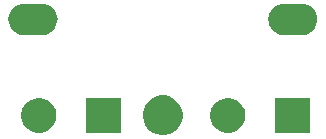
<source format=gbs>
G04 #@! TF.GenerationSoftware,KiCad,Pcbnew,5.0.0-rc2*
G04 #@! TF.CreationDate,2019-06-24T22:39:53-04:00*
G04 #@! TF.ProjectId,pcb,7063622E6B696361645F706362000000,rev?*
G04 #@! TF.SameCoordinates,Original*
G04 #@! TF.FileFunction,Soldermask,Bot*
G04 #@! TF.FilePolarity,Negative*
%FSLAX46Y46*%
G04 Gerber Fmt 4.6, Leading zero omitted, Abs format (unit mm)*
G04 Created by KiCad (PCBNEW 5.0.0-rc2) date Mon Jun 24 22:39:53 2019*
%MOMM*%
%LPD*%
G01*
G04 APERTURE LIST*
%ADD10C,0.100000*%
G04 APERTURE END LIST*
D10*
G36*
X129488931Y-90388216D02*
X129793976Y-90514570D01*
X129793978Y-90514571D01*
X130068515Y-90698011D01*
X130301989Y-90931485D01*
X130387177Y-91058977D01*
X130485430Y-91206024D01*
X130611784Y-91511069D01*
X130676200Y-91834909D01*
X130676200Y-92165091D01*
X130611784Y-92488931D01*
X130485430Y-92793976D01*
X130485429Y-92793978D01*
X130301989Y-93068515D01*
X130068515Y-93301989D01*
X129793978Y-93485429D01*
X129793977Y-93485430D01*
X129793976Y-93485430D01*
X129488931Y-93611784D01*
X129165091Y-93676200D01*
X128834909Y-93676200D01*
X128511069Y-93611784D01*
X128206024Y-93485430D01*
X128206023Y-93485430D01*
X128206022Y-93485429D01*
X127931485Y-93301989D01*
X127698011Y-93068515D01*
X127514571Y-92793978D01*
X127514570Y-92793976D01*
X127388216Y-92488931D01*
X127323800Y-92165091D01*
X127323800Y-91834909D01*
X127388216Y-91511069D01*
X127514570Y-91206024D01*
X127612824Y-91058977D01*
X127698011Y-90931485D01*
X127931485Y-90698011D01*
X128206022Y-90514571D01*
X128206024Y-90514570D01*
X128511069Y-90388216D01*
X128834909Y-90323800D01*
X129165091Y-90323800D01*
X129488931Y-90388216D01*
X129488931Y-90388216D01*
G37*
G36*
X141476200Y-93476200D02*
X138523800Y-93476200D01*
X138523800Y-90523800D01*
X141476200Y-90523800D01*
X141476200Y-93476200D01*
X141476200Y-93476200D01*
G37*
G36*
X134930593Y-90580529D02*
X135199241Y-90691807D01*
X135199243Y-90691808D01*
X135441023Y-90853360D01*
X135646640Y-91058977D01*
X135744894Y-91206024D01*
X135808193Y-91300759D01*
X135919471Y-91569407D01*
X135976200Y-91854607D01*
X135976200Y-92145393D01*
X135919471Y-92430593D01*
X135808193Y-92699241D01*
X135808192Y-92699243D01*
X135646640Y-92941023D01*
X135441023Y-93146640D01*
X135199243Y-93308192D01*
X135199242Y-93308193D01*
X135199241Y-93308193D01*
X134930593Y-93419471D01*
X134645393Y-93476200D01*
X134354607Y-93476200D01*
X134069407Y-93419471D01*
X133800759Y-93308193D01*
X133800758Y-93308193D01*
X133800757Y-93308192D01*
X133558977Y-93146640D01*
X133353360Y-92941023D01*
X133191808Y-92699243D01*
X133191807Y-92699241D01*
X133080529Y-92430593D01*
X133023800Y-92145393D01*
X133023800Y-91854607D01*
X133080529Y-91569407D01*
X133191807Y-91300759D01*
X133255107Y-91206024D01*
X133353360Y-91058977D01*
X133558977Y-90853360D01*
X133800757Y-90691808D01*
X133800759Y-90691807D01*
X134069407Y-90580529D01*
X134354607Y-90523800D01*
X134645393Y-90523800D01*
X134930593Y-90580529D01*
X134930593Y-90580529D01*
G37*
G36*
X125476200Y-93476200D02*
X122523800Y-93476200D01*
X122523800Y-90523800D01*
X125476200Y-90523800D01*
X125476200Y-93476200D01*
X125476200Y-93476200D01*
G37*
G36*
X118930593Y-90580529D02*
X119199241Y-90691807D01*
X119199243Y-90691808D01*
X119441023Y-90853360D01*
X119646640Y-91058977D01*
X119744894Y-91206024D01*
X119808193Y-91300759D01*
X119919471Y-91569407D01*
X119976200Y-91854607D01*
X119976200Y-92145393D01*
X119919471Y-92430593D01*
X119808193Y-92699241D01*
X119808192Y-92699243D01*
X119646640Y-92941023D01*
X119441023Y-93146640D01*
X119199243Y-93308192D01*
X119199242Y-93308193D01*
X119199241Y-93308193D01*
X118930593Y-93419471D01*
X118645393Y-93476200D01*
X118354607Y-93476200D01*
X118069407Y-93419471D01*
X117800759Y-93308193D01*
X117800758Y-93308193D01*
X117800757Y-93308192D01*
X117558977Y-93146640D01*
X117353360Y-92941023D01*
X117191808Y-92699243D01*
X117191807Y-92699241D01*
X117080529Y-92430593D01*
X117023800Y-92145393D01*
X117023800Y-91854607D01*
X117080529Y-91569407D01*
X117191807Y-91300759D01*
X117255107Y-91206024D01*
X117353360Y-91058977D01*
X117558977Y-90853360D01*
X117800757Y-90691808D01*
X117800759Y-90691807D01*
X118069407Y-90580529D01*
X118354607Y-90523800D01*
X118645393Y-90523800D01*
X118930593Y-90580529D01*
X118930593Y-90580529D01*
G37*
G36*
X141016214Y-82574804D02*
X141016217Y-82574805D01*
X141016218Y-82574805D01*
X141266147Y-82650620D01*
X141496485Y-82773738D01*
X141698375Y-82939425D01*
X141864062Y-83141315D01*
X141987180Y-83371653D01*
X142062996Y-83621586D01*
X142088596Y-83881500D01*
X142062996Y-84141414D01*
X141987180Y-84391347D01*
X141864062Y-84621685D01*
X141698375Y-84823575D01*
X141496485Y-84989262D01*
X141496483Y-84989263D01*
X141266147Y-85112380D01*
X141016218Y-85188195D01*
X141016217Y-85188195D01*
X141016214Y-85188196D01*
X140821437Y-85207380D01*
X139190023Y-85207380D01*
X138995246Y-85188196D01*
X138995243Y-85188195D01*
X138995242Y-85188195D01*
X138745313Y-85112380D01*
X138514977Y-84989263D01*
X138514975Y-84989262D01*
X138313085Y-84823575D01*
X138147398Y-84621685D01*
X138024280Y-84391347D01*
X137948464Y-84141414D01*
X137922864Y-83881500D01*
X137948464Y-83621586D01*
X138024280Y-83371653D01*
X138147398Y-83141315D01*
X138313085Y-82939425D01*
X138514975Y-82773738D01*
X138745313Y-82650620D01*
X138995242Y-82574805D01*
X138995243Y-82574805D01*
X138995246Y-82574804D01*
X139190023Y-82555620D01*
X140821437Y-82555620D01*
X141016214Y-82574804D01*
X141016214Y-82574804D01*
G37*
G36*
X119014734Y-82574804D02*
X119014737Y-82574805D01*
X119014738Y-82574805D01*
X119264667Y-82650620D01*
X119495005Y-82773738D01*
X119696895Y-82939425D01*
X119862582Y-83141315D01*
X119985700Y-83371653D01*
X120061516Y-83621586D01*
X120087116Y-83881500D01*
X120061516Y-84141414D01*
X119985700Y-84391347D01*
X119862582Y-84621685D01*
X119696895Y-84823575D01*
X119495005Y-84989262D01*
X119495003Y-84989263D01*
X119264667Y-85112380D01*
X119014738Y-85188195D01*
X119014737Y-85188195D01*
X119014734Y-85188196D01*
X118819957Y-85207380D01*
X117188543Y-85207380D01*
X116993766Y-85188196D01*
X116993763Y-85188195D01*
X116993762Y-85188195D01*
X116743833Y-85112380D01*
X116513497Y-84989263D01*
X116513495Y-84989262D01*
X116311605Y-84823575D01*
X116145918Y-84621685D01*
X116022800Y-84391347D01*
X115946984Y-84141414D01*
X115921384Y-83881500D01*
X115946984Y-83621586D01*
X116022800Y-83371653D01*
X116145918Y-83141315D01*
X116311605Y-82939425D01*
X116513495Y-82773738D01*
X116743833Y-82650620D01*
X116993762Y-82574805D01*
X116993763Y-82574805D01*
X116993766Y-82574804D01*
X117188543Y-82555620D01*
X118819957Y-82555620D01*
X119014734Y-82574804D01*
X119014734Y-82574804D01*
G37*
M02*

</source>
